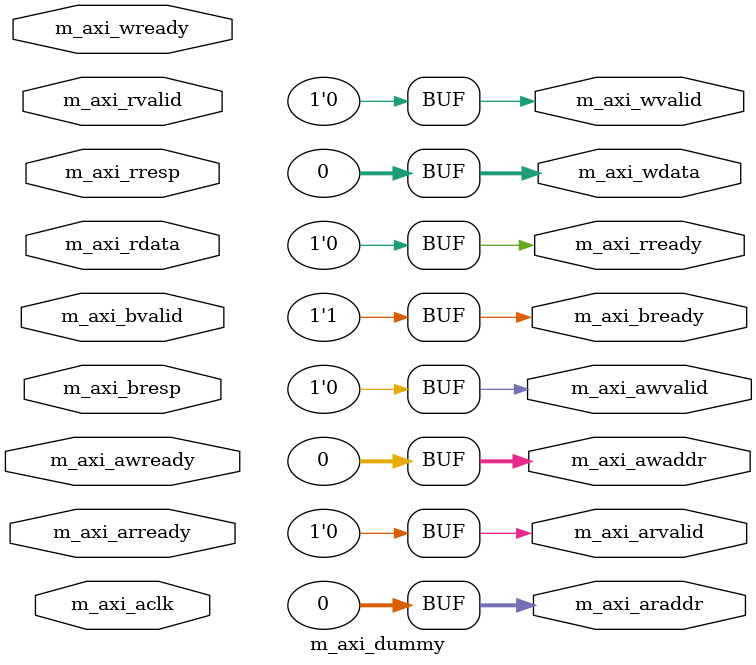
<source format=v>
module m_axi_dummy(
    input         m_axi_aclk,
    output [31:0] m_axi_awaddr,
    output        m_axi_awvalid,
    input         m_axi_awready,
    output [31:0] m_axi_wdata,
    output        m_axi_wvalid,
    input         m_axi_wready,
    input   [1:0] m_axi_bresp,
    input         m_axi_bvalid,
    output        m_axi_bready,
    output [31:0] m_axi_araddr,
    output        m_axi_arvalid,
    input         m_axi_arready,
    input  [31:0] m_axi_rdata,
    input   [1:0] m_axi_rresp,
    input         m_axi_rvalid,
    output        m_axi_rready);

assign m_axi_awaddr = 0;
assign m_axi_awvalid = 0;
assign m_axi_wdata = 0;
assign m_axi_wvalid = 0;
assign m_axi_bready = 1'b1;
assign m_axi_araddr = 0;
assign m_axi_arvalid = 0;
assign m_axi_rready = 0;

endmodule
</source>
